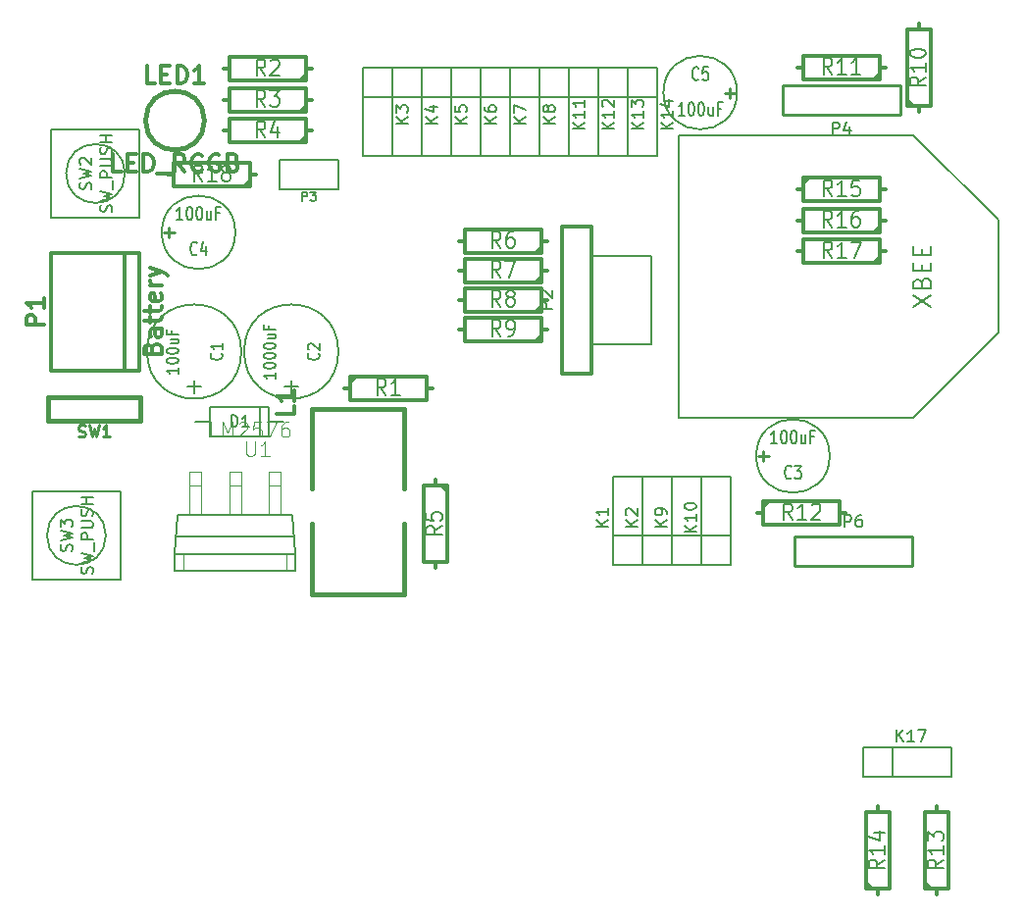
<source format=gto>
G04 (created by PCBNEW (2013-june-11)-stable) date jue 06 feb 2014 18:29:20 CET*
%MOIN*%
G04 Gerber Fmt 3.4, Leading zero omitted, Abs format*
%FSLAX34Y34*%
G01*
G70*
G90*
G04 APERTURE LIST*
%ADD10C,0.00393701*%
%ADD11C,0.008*%
%ADD12C,0.0026*%
%ADD13C,0.007*%
%ADD14C,0.006*%
%ADD15C,0.012*%
%ADD16C,0.01*%
%ADD17C,0.005*%
%ADD18C,0.015*%
%ADD19C,0.0035*%
%ADD20C,0.01125*%
%ADD21C,0.00590551*%
G04 APERTURE END LIST*
G54D10*
G54D11*
X25350Y-25000D02*
X25850Y-25000D01*
X27850Y-25000D02*
X28350Y-25000D01*
X27550Y-24500D02*
X27550Y-25500D01*
X27850Y-24500D02*
X25850Y-24500D01*
X25850Y-24500D02*
X25850Y-25500D01*
X25850Y-25500D02*
X27850Y-25500D01*
X27850Y-25500D02*
X27850Y-24500D01*
G54D12*
X28450Y-29500D02*
X24950Y-29500D01*
X24950Y-29500D02*
X24950Y-30050D01*
X28450Y-30050D02*
X24950Y-30050D01*
X28450Y-29500D02*
X28450Y-30050D01*
X25550Y-27150D02*
X25150Y-27150D01*
X25150Y-27150D02*
X25150Y-28150D01*
X25550Y-28150D02*
X25150Y-28150D01*
X25550Y-27150D02*
X25550Y-28150D01*
X25550Y-26700D02*
X25150Y-26700D01*
X25150Y-26700D02*
X25150Y-27150D01*
X25550Y-27150D02*
X25150Y-27150D01*
X25550Y-26700D02*
X25550Y-27150D01*
X26900Y-26700D02*
X26500Y-26700D01*
X26500Y-26700D02*
X26500Y-27150D01*
X26900Y-27150D02*
X26500Y-27150D01*
X26900Y-26700D02*
X26900Y-27150D01*
X28250Y-26700D02*
X27850Y-26700D01*
X27850Y-26700D02*
X27850Y-27150D01*
X28250Y-27150D02*
X27850Y-27150D01*
X28250Y-26700D02*
X28250Y-27150D01*
X26900Y-27150D02*
X26500Y-27150D01*
X26500Y-27150D02*
X26500Y-28150D01*
X26900Y-28150D02*
X26500Y-28150D01*
X26900Y-27150D02*
X26900Y-28150D01*
X28250Y-27150D02*
X27850Y-27150D01*
X27850Y-27150D02*
X27850Y-28150D01*
X28250Y-28150D02*
X27850Y-28150D01*
X28250Y-27150D02*
X28250Y-28150D01*
G54D13*
X24650Y-30050D02*
X28750Y-30050D01*
X24650Y-30050D02*
X24650Y-29500D01*
X28750Y-30050D02*
X28750Y-29500D01*
X24700Y-28900D02*
X28700Y-28900D01*
X28750Y-29500D02*
X24650Y-29500D01*
X28750Y-29500D02*
X28650Y-28150D01*
X24650Y-29500D02*
X24750Y-28150D01*
X26450Y-28150D02*
X26950Y-28150D01*
X24750Y-28150D02*
X25550Y-28150D01*
G54D14*
X25550Y-28150D02*
X26450Y-28150D01*
G54D13*
X28650Y-28150D02*
X27850Y-28150D01*
G54D14*
X27850Y-28150D02*
X26950Y-28150D01*
G54D15*
X22950Y-19250D02*
X22950Y-23250D01*
X23450Y-19250D02*
X20450Y-19250D01*
X20450Y-19250D02*
X20450Y-23250D01*
X20450Y-23250D02*
X23450Y-23250D01*
X23450Y-23250D02*
X23450Y-19250D01*
X30400Y-23850D02*
X30600Y-23850D01*
X33400Y-23850D02*
X33200Y-23850D01*
X33200Y-23850D02*
X33200Y-23450D01*
X33200Y-23450D02*
X30600Y-23450D01*
X30600Y-23450D02*
X30600Y-24250D01*
X30600Y-24250D02*
X33200Y-24250D01*
X33200Y-24250D02*
X33200Y-23850D01*
X30600Y-23650D02*
X30800Y-23450D01*
X29300Y-13000D02*
X29100Y-13000D01*
X26300Y-13000D02*
X26500Y-13000D01*
X26500Y-13000D02*
X26500Y-13400D01*
X26500Y-13400D02*
X29100Y-13400D01*
X29100Y-13400D02*
X29100Y-12600D01*
X29100Y-12600D02*
X26500Y-12600D01*
X26500Y-12600D02*
X26500Y-13000D01*
X29100Y-13200D02*
X28900Y-13400D01*
X29300Y-14050D02*
X29100Y-14050D01*
X26300Y-14050D02*
X26500Y-14050D01*
X26500Y-14050D02*
X26500Y-14450D01*
X26500Y-14450D02*
X29100Y-14450D01*
X29100Y-14450D02*
X29100Y-13650D01*
X29100Y-13650D02*
X26500Y-13650D01*
X26500Y-13650D02*
X26500Y-14050D01*
X29100Y-14250D02*
X28900Y-14450D01*
X29300Y-15100D02*
X29100Y-15100D01*
X26300Y-15100D02*
X26500Y-15100D01*
X26500Y-15100D02*
X26500Y-15500D01*
X26500Y-15500D02*
X29100Y-15500D01*
X29100Y-15500D02*
X29100Y-14700D01*
X29100Y-14700D02*
X26500Y-14700D01*
X26500Y-14700D02*
X26500Y-15100D01*
X29100Y-15300D02*
X28900Y-15500D01*
X33500Y-26950D02*
X33500Y-27150D01*
X33500Y-29950D02*
X33500Y-29750D01*
X33500Y-29750D02*
X33900Y-29750D01*
X33900Y-29750D02*
X33900Y-27150D01*
X33900Y-27150D02*
X33100Y-27150D01*
X33100Y-27150D02*
X33100Y-29750D01*
X33100Y-29750D02*
X33500Y-29750D01*
X33700Y-27150D02*
X33900Y-27350D01*
X37800Y-23350D02*
X38800Y-23350D01*
X38800Y-18350D02*
X37800Y-18350D01*
X37800Y-23350D02*
X37800Y-18350D01*
X38800Y-18350D02*
X38800Y-23350D01*
X37300Y-18850D02*
X37100Y-18850D01*
X34300Y-18850D02*
X34500Y-18850D01*
X34500Y-18850D02*
X34500Y-19250D01*
X34500Y-19250D02*
X37100Y-19250D01*
X37100Y-19250D02*
X37100Y-18450D01*
X37100Y-18450D02*
X34500Y-18450D01*
X34500Y-18450D02*
X34500Y-18850D01*
X37100Y-19050D02*
X36900Y-19250D01*
X37300Y-19850D02*
X37100Y-19850D01*
X34300Y-19850D02*
X34500Y-19850D01*
X34500Y-19850D02*
X34500Y-20250D01*
X34500Y-20250D02*
X37100Y-20250D01*
X37100Y-20250D02*
X37100Y-19450D01*
X37100Y-19450D02*
X34500Y-19450D01*
X34500Y-19450D02*
X34500Y-19850D01*
X37100Y-20050D02*
X36900Y-20250D01*
X37300Y-20850D02*
X37100Y-20850D01*
X34300Y-20850D02*
X34500Y-20850D01*
X34500Y-20850D02*
X34500Y-21250D01*
X34500Y-21250D02*
X37100Y-21250D01*
X37100Y-21250D02*
X37100Y-20450D01*
X37100Y-20450D02*
X34500Y-20450D01*
X34500Y-20450D02*
X34500Y-20850D01*
X37100Y-21050D02*
X36900Y-21250D01*
X37300Y-21850D02*
X37100Y-21850D01*
X34300Y-21850D02*
X34500Y-21850D01*
X34500Y-21850D02*
X34500Y-22250D01*
X34500Y-22250D02*
X37100Y-22250D01*
X37100Y-22250D02*
X37100Y-21450D01*
X37100Y-21450D02*
X34500Y-21450D01*
X34500Y-21450D02*
X34500Y-21850D01*
X37100Y-22050D02*
X36900Y-22250D01*
G54D14*
X40550Y-29850D02*
X39550Y-29850D01*
X39550Y-29850D02*
X39550Y-26850D01*
X39550Y-26850D02*
X40550Y-26850D01*
X40550Y-26850D02*
X40550Y-29850D01*
X39550Y-28850D02*
X40550Y-28850D01*
X41550Y-29850D02*
X40550Y-29850D01*
X40550Y-29850D02*
X40550Y-26850D01*
X40550Y-26850D02*
X41550Y-26850D01*
X41550Y-26850D02*
X41550Y-29850D01*
X40550Y-28850D02*
X41550Y-28850D01*
X30200Y-16100D02*
X30200Y-17100D01*
X30200Y-17100D02*
X28200Y-17100D01*
X28200Y-17100D02*
X28200Y-16100D01*
X28200Y-16100D02*
X30200Y-16100D01*
X31050Y-12950D02*
X32050Y-12950D01*
X32050Y-12950D02*
X32050Y-15950D01*
X32050Y-15950D02*
X31050Y-15950D01*
X31050Y-15950D02*
X31050Y-12950D01*
X32050Y-13950D02*
X31050Y-13950D01*
X32050Y-12950D02*
X33050Y-12950D01*
X33050Y-12950D02*
X33050Y-15950D01*
X33050Y-15950D02*
X32050Y-15950D01*
X32050Y-15950D02*
X32050Y-12950D01*
X33050Y-13950D02*
X32050Y-13950D01*
X33050Y-12950D02*
X34050Y-12950D01*
X34050Y-12950D02*
X34050Y-15950D01*
X34050Y-15950D02*
X33050Y-15950D01*
X33050Y-15950D02*
X33050Y-12950D01*
X34050Y-13950D02*
X33050Y-13950D01*
X34050Y-12950D02*
X35050Y-12950D01*
X35050Y-12950D02*
X35050Y-15950D01*
X35050Y-15950D02*
X34050Y-15950D01*
X34050Y-15950D02*
X34050Y-12950D01*
X35050Y-13950D02*
X34050Y-13950D01*
X35050Y-12950D02*
X36050Y-12950D01*
X36050Y-12950D02*
X36050Y-15950D01*
X36050Y-15950D02*
X35050Y-15950D01*
X35050Y-15950D02*
X35050Y-12950D01*
X36050Y-13950D02*
X35050Y-13950D01*
X36050Y-12950D02*
X37050Y-12950D01*
X37050Y-12950D02*
X37050Y-15950D01*
X37050Y-15950D02*
X36050Y-15950D01*
X36050Y-15950D02*
X36050Y-12950D01*
X37050Y-13950D02*
X36050Y-13950D01*
X42550Y-29850D02*
X41550Y-29850D01*
X41550Y-29850D02*
X41550Y-26850D01*
X41550Y-26850D02*
X42550Y-26850D01*
X42550Y-26850D02*
X42550Y-29850D01*
X41550Y-28850D02*
X42550Y-28850D01*
X43550Y-29850D02*
X42550Y-29850D01*
X42550Y-29850D02*
X42550Y-26850D01*
X42550Y-26850D02*
X43550Y-26850D01*
X43550Y-26850D02*
X43550Y-29850D01*
X42550Y-28850D02*
X43550Y-28850D01*
G54D16*
X45300Y-13550D02*
X49300Y-13550D01*
X45300Y-14550D02*
X49300Y-14550D01*
X49300Y-14550D02*
X49300Y-13550D01*
X45300Y-13550D02*
X45300Y-14550D01*
G54D15*
X49950Y-14450D02*
X49950Y-14250D01*
X49950Y-11450D02*
X49950Y-11650D01*
X49950Y-11650D02*
X49550Y-11650D01*
X49550Y-11650D02*
X49550Y-14250D01*
X49550Y-14250D02*
X50350Y-14250D01*
X50350Y-14250D02*
X50350Y-11650D01*
X50350Y-11650D02*
X49950Y-11650D01*
X49750Y-14250D02*
X49550Y-14050D01*
X48800Y-12950D02*
X48600Y-12950D01*
X45800Y-12950D02*
X46000Y-12950D01*
X46000Y-12950D02*
X46000Y-13350D01*
X46000Y-13350D02*
X48600Y-13350D01*
X48600Y-13350D02*
X48600Y-12550D01*
X48600Y-12550D02*
X46000Y-12550D01*
X46000Y-12550D02*
X46000Y-12950D01*
X48600Y-13150D02*
X48400Y-13350D01*
G54D16*
X49700Y-29900D02*
X45700Y-29900D01*
X49700Y-28900D02*
X45700Y-28900D01*
X45700Y-28900D02*
X45700Y-29900D01*
X49700Y-29900D02*
X49700Y-28900D01*
G54D15*
X44450Y-28100D02*
X44650Y-28100D01*
X47450Y-28100D02*
X47250Y-28100D01*
X47250Y-28100D02*
X47250Y-27700D01*
X47250Y-27700D02*
X44650Y-27700D01*
X44650Y-27700D02*
X44650Y-28500D01*
X44650Y-28500D02*
X47250Y-28500D01*
X47250Y-28500D02*
X47250Y-28100D01*
X44650Y-27900D02*
X44850Y-27700D01*
G54D14*
X37050Y-12950D02*
X38050Y-12950D01*
X38050Y-12950D02*
X38050Y-15950D01*
X38050Y-15950D02*
X37050Y-15950D01*
X37050Y-15950D02*
X37050Y-12950D01*
X38050Y-13950D02*
X37050Y-13950D01*
X38050Y-12950D02*
X39050Y-12950D01*
X39050Y-12950D02*
X39050Y-15950D01*
X39050Y-15950D02*
X38050Y-15950D01*
X38050Y-15950D02*
X38050Y-12950D01*
X39050Y-13950D02*
X38050Y-13950D01*
X39050Y-12950D02*
X40050Y-12950D01*
X40050Y-12950D02*
X40050Y-15950D01*
X40050Y-15950D02*
X39050Y-15950D01*
X39050Y-15950D02*
X39050Y-12950D01*
X40050Y-13950D02*
X39050Y-13950D01*
X40050Y-12950D02*
X41050Y-12950D01*
X41050Y-12950D02*
X41050Y-15950D01*
X41050Y-15950D02*
X40050Y-15950D01*
X40050Y-15950D02*
X40050Y-12950D01*
X41050Y-13950D02*
X40050Y-13950D01*
G54D17*
X46900Y-26150D02*
G75*
G03X46900Y-26150I-1250J0D01*
G74*
G01*
X26700Y-18550D02*
G75*
G03X26700Y-18550I-1250J0D01*
G74*
G01*
G54D11*
X30200Y-22600D02*
G75*
G03X30200Y-22600I-1600J0D01*
G74*
G01*
G54D17*
X22300Y-28850D02*
G75*
G03X22300Y-28850I-1000J0D01*
G74*
G01*
X19800Y-30350D02*
X19800Y-27350D01*
X19800Y-27350D02*
X22800Y-27350D01*
X22800Y-27350D02*
X22800Y-30350D01*
X19800Y-30350D02*
X22800Y-30350D01*
X22950Y-16550D02*
G75*
G03X22950Y-16550I-1000J0D01*
G74*
G01*
X20450Y-18050D02*
X20450Y-15050D01*
X20450Y-15050D02*
X23450Y-15050D01*
X23450Y-15050D02*
X23450Y-18050D01*
X20450Y-18050D02*
X23450Y-18050D01*
G54D11*
X26900Y-22600D02*
G75*
G03X26900Y-22600I-1600J0D01*
G74*
G01*
G54D18*
X23474Y-24156D02*
X20325Y-24156D01*
X23474Y-24156D02*
X23474Y-24943D01*
X23474Y-24943D02*
X20325Y-24943D01*
X20325Y-24943D02*
X20325Y-24156D01*
X25650Y-14750D02*
G75*
G03X25650Y-14750I-1000J0D01*
G74*
G01*
X32450Y-24550D02*
X32450Y-27250D01*
X32450Y-30850D02*
X32450Y-28450D01*
X29300Y-28450D02*
X29300Y-30850D01*
X29300Y-24550D02*
X29300Y-27250D01*
X32450Y-24550D02*
X29300Y-24550D01*
X29300Y-30850D02*
X32450Y-30850D01*
G54D17*
X43750Y-13800D02*
G75*
G03X43750Y-13800I-1250J0D01*
G74*
G01*
G54D15*
X50550Y-41050D02*
X50550Y-40850D01*
X50550Y-38050D02*
X50550Y-38250D01*
X50550Y-38250D02*
X50150Y-38250D01*
X50150Y-38250D02*
X50150Y-40850D01*
X50150Y-40850D02*
X50950Y-40850D01*
X50950Y-40850D02*
X50950Y-38250D01*
X50950Y-38250D02*
X50550Y-38250D01*
X50350Y-40850D02*
X50150Y-40650D01*
G54D14*
X48050Y-37050D02*
X48050Y-36050D01*
X48050Y-36050D02*
X51050Y-36050D01*
X51050Y-36050D02*
X51050Y-37050D01*
X51050Y-37050D02*
X48050Y-37050D01*
X49050Y-36050D02*
X49050Y-37050D01*
G54D15*
X48800Y-18150D02*
X48600Y-18150D01*
X45800Y-18150D02*
X46000Y-18150D01*
X46000Y-18150D02*
X46000Y-18550D01*
X46000Y-18550D02*
X48600Y-18550D01*
X48600Y-18550D02*
X48600Y-17750D01*
X48600Y-17750D02*
X46000Y-17750D01*
X46000Y-17750D02*
X46000Y-18150D01*
X48600Y-18350D02*
X48400Y-18550D01*
X48800Y-19200D02*
X48600Y-19200D01*
X45800Y-19200D02*
X46000Y-19200D01*
X46000Y-19200D02*
X46000Y-19600D01*
X46000Y-19600D02*
X48600Y-19600D01*
X48600Y-19600D02*
X48600Y-18800D01*
X48600Y-18800D02*
X46000Y-18800D01*
X46000Y-18800D02*
X46000Y-19200D01*
X48600Y-19400D02*
X48400Y-19600D01*
X45800Y-17100D02*
X46000Y-17100D01*
X48800Y-17100D02*
X48600Y-17100D01*
X48600Y-17100D02*
X48600Y-16700D01*
X48600Y-16700D02*
X46000Y-16700D01*
X46000Y-16700D02*
X46000Y-17500D01*
X46000Y-17500D02*
X48600Y-17500D01*
X48600Y-17500D02*
X48600Y-17100D01*
X46000Y-16900D02*
X46200Y-16700D01*
X48550Y-41050D02*
X48550Y-40850D01*
X48550Y-38050D02*
X48550Y-38250D01*
X48550Y-38250D02*
X48150Y-38250D01*
X48150Y-38250D02*
X48150Y-40850D01*
X48150Y-40850D02*
X48950Y-40850D01*
X48950Y-40850D02*
X48950Y-38250D01*
X48950Y-38250D02*
X48550Y-38250D01*
X48350Y-40850D02*
X48150Y-40650D01*
X27400Y-16600D02*
X27200Y-16600D01*
X24400Y-16600D02*
X24600Y-16600D01*
X24600Y-16600D02*
X24600Y-17000D01*
X24600Y-17000D02*
X27200Y-17000D01*
X27200Y-17000D02*
X27200Y-16200D01*
X27200Y-16200D02*
X24600Y-16200D01*
X24600Y-16200D02*
X24600Y-16600D01*
X27200Y-16800D02*
X27000Y-17000D01*
G54D13*
X41764Y-15250D02*
X41764Y-24850D01*
X41764Y-24850D02*
X49750Y-24850D01*
X49750Y-24850D02*
X52633Y-21966D01*
X52633Y-21966D02*
X52633Y-18134D01*
X52633Y-18134D02*
X49750Y-15250D01*
X49750Y-15250D02*
X41764Y-15250D01*
G54D17*
X41764Y-15250D02*
X41764Y-24850D01*
X41764Y-24850D02*
X49750Y-24850D01*
X49750Y-24850D02*
X52633Y-21966D01*
X52633Y-21966D02*
X52633Y-18134D01*
X52633Y-18134D02*
X49750Y-15250D01*
X49750Y-15250D02*
X41764Y-15250D01*
X38850Y-19350D02*
X38850Y-22350D01*
X38850Y-22350D02*
X40850Y-22350D01*
X40850Y-22350D02*
X40850Y-19350D01*
X40850Y-19350D02*
X38850Y-19350D01*
G54D11*
X26554Y-25161D02*
X26554Y-24761D01*
X26650Y-24761D01*
X26707Y-24780D01*
X26745Y-24819D01*
X26764Y-24857D01*
X26783Y-24933D01*
X26783Y-24990D01*
X26764Y-25066D01*
X26745Y-25104D01*
X26707Y-25142D01*
X26650Y-25161D01*
X26554Y-25161D01*
X27164Y-25161D02*
X26935Y-25161D01*
X27050Y-25161D02*
X27050Y-24761D01*
X27011Y-24819D01*
X26973Y-24857D01*
X26935Y-24876D01*
G54D19*
X27069Y-25652D02*
X27069Y-26057D01*
X27092Y-26104D01*
X27116Y-26128D01*
X27164Y-26152D01*
X27259Y-26152D01*
X27307Y-26128D01*
X27330Y-26104D01*
X27354Y-26057D01*
X27354Y-25652D01*
X27854Y-26152D02*
X27569Y-26152D01*
X27711Y-26152D02*
X27711Y-25652D01*
X27664Y-25723D01*
X27616Y-25771D01*
X27569Y-25795D01*
X26116Y-25502D02*
X25878Y-25502D01*
X25878Y-25002D01*
X26283Y-25502D02*
X26283Y-25002D01*
X26449Y-25359D01*
X26616Y-25002D01*
X26616Y-25502D01*
X26830Y-25050D02*
X26854Y-25026D01*
X26902Y-25002D01*
X27021Y-25002D01*
X27069Y-25026D01*
X27092Y-25050D01*
X27116Y-25097D01*
X27116Y-25145D01*
X27092Y-25216D01*
X26807Y-25502D01*
X27116Y-25502D01*
X27569Y-25002D02*
X27330Y-25002D01*
X27307Y-25240D01*
X27330Y-25216D01*
X27378Y-25192D01*
X27497Y-25192D01*
X27545Y-25216D01*
X27569Y-25240D01*
X27592Y-25288D01*
X27592Y-25407D01*
X27569Y-25454D01*
X27545Y-25478D01*
X27497Y-25502D01*
X27378Y-25502D01*
X27330Y-25478D01*
X27307Y-25454D01*
X27759Y-25002D02*
X28092Y-25002D01*
X27878Y-25502D01*
X28497Y-25002D02*
X28402Y-25002D01*
X28354Y-25026D01*
X28330Y-25050D01*
X28283Y-25121D01*
X28259Y-25216D01*
X28259Y-25407D01*
X28283Y-25454D01*
X28307Y-25478D01*
X28354Y-25502D01*
X28450Y-25502D01*
X28497Y-25478D01*
X28521Y-25454D01*
X28545Y-25407D01*
X28545Y-25288D01*
X28521Y-25240D01*
X28497Y-25216D01*
X28450Y-25192D01*
X28354Y-25192D01*
X28307Y-25216D01*
X28283Y-25240D01*
X28259Y-25288D01*
G54D15*
X20192Y-21692D02*
X19592Y-21692D01*
X19592Y-21464D01*
X19621Y-21407D01*
X19650Y-21378D01*
X19707Y-21350D01*
X19792Y-21350D01*
X19850Y-21378D01*
X19878Y-21407D01*
X19907Y-21464D01*
X19907Y-21692D01*
X20192Y-20778D02*
X20192Y-21121D01*
X20192Y-20950D02*
X19592Y-20950D01*
X19678Y-21007D01*
X19735Y-21064D01*
X19764Y-21121D01*
X23878Y-22492D02*
X23907Y-22407D01*
X23935Y-22378D01*
X23992Y-22350D01*
X24078Y-22350D01*
X24135Y-22378D01*
X24164Y-22407D01*
X24192Y-22464D01*
X24192Y-22692D01*
X23592Y-22692D01*
X23592Y-22492D01*
X23621Y-22435D01*
X23650Y-22407D01*
X23707Y-22378D01*
X23764Y-22378D01*
X23821Y-22407D01*
X23850Y-22435D01*
X23878Y-22492D01*
X23878Y-22692D01*
X24192Y-21835D02*
X23878Y-21835D01*
X23821Y-21864D01*
X23792Y-21921D01*
X23792Y-22035D01*
X23821Y-22092D01*
X24164Y-21835D02*
X24192Y-21892D01*
X24192Y-22035D01*
X24164Y-22092D01*
X24107Y-22121D01*
X24050Y-22121D01*
X23992Y-22092D01*
X23964Y-22035D01*
X23964Y-21892D01*
X23935Y-21835D01*
X23792Y-21635D02*
X23792Y-21407D01*
X23592Y-21550D02*
X24107Y-21550D01*
X24164Y-21521D01*
X24192Y-21464D01*
X24192Y-21407D01*
X23792Y-21292D02*
X23792Y-21064D01*
X23592Y-21207D02*
X24107Y-21207D01*
X24164Y-21178D01*
X24192Y-21121D01*
X24192Y-21064D01*
X24164Y-20635D02*
X24192Y-20692D01*
X24192Y-20807D01*
X24164Y-20864D01*
X24107Y-20892D01*
X23878Y-20892D01*
X23821Y-20864D01*
X23792Y-20807D01*
X23792Y-20692D01*
X23821Y-20635D01*
X23878Y-20607D01*
X23935Y-20607D01*
X23992Y-20892D01*
X24192Y-20350D02*
X23792Y-20350D01*
X23907Y-20350D02*
X23850Y-20321D01*
X23821Y-20292D01*
X23792Y-20235D01*
X23792Y-20178D01*
X23792Y-20035D02*
X24192Y-19892D01*
X23792Y-19749D02*
X24192Y-19892D01*
X24335Y-19949D01*
X24364Y-19978D01*
X24392Y-20035D01*
G54D11*
X31816Y-24072D02*
X31650Y-23810D01*
X31530Y-24072D02*
X31530Y-23522D01*
X31721Y-23522D01*
X31769Y-23548D01*
X31792Y-23575D01*
X31816Y-23627D01*
X31816Y-23705D01*
X31792Y-23758D01*
X31769Y-23784D01*
X31721Y-23810D01*
X31530Y-23810D01*
X32292Y-24072D02*
X32007Y-24072D01*
X32150Y-24072D02*
X32150Y-23522D01*
X32102Y-23601D01*
X32054Y-23653D01*
X32007Y-23679D01*
X27716Y-13222D02*
X27550Y-12960D01*
X27430Y-13222D02*
X27430Y-12672D01*
X27621Y-12672D01*
X27669Y-12698D01*
X27692Y-12725D01*
X27716Y-12777D01*
X27716Y-12855D01*
X27692Y-12908D01*
X27669Y-12934D01*
X27621Y-12960D01*
X27430Y-12960D01*
X27907Y-12725D02*
X27930Y-12698D01*
X27978Y-12672D01*
X28097Y-12672D01*
X28145Y-12698D01*
X28169Y-12725D01*
X28192Y-12777D01*
X28192Y-12829D01*
X28169Y-12908D01*
X27883Y-13222D01*
X28192Y-13222D01*
X27716Y-14272D02*
X27550Y-14010D01*
X27430Y-14272D02*
X27430Y-13722D01*
X27621Y-13722D01*
X27669Y-13748D01*
X27692Y-13775D01*
X27716Y-13827D01*
X27716Y-13905D01*
X27692Y-13958D01*
X27669Y-13984D01*
X27621Y-14010D01*
X27430Y-14010D01*
X27883Y-13722D02*
X28192Y-13722D01*
X28026Y-13932D01*
X28097Y-13932D01*
X28145Y-13958D01*
X28169Y-13984D01*
X28192Y-14036D01*
X28192Y-14167D01*
X28169Y-14220D01*
X28145Y-14246D01*
X28097Y-14272D01*
X27954Y-14272D01*
X27907Y-14246D01*
X27883Y-14220D01*
X27716Y-15322D02*
X27550Y-15060D01*
X27430Y-15322D02*
X27430Y-14772D01*
X27621Y-14772D01*
X27669Y-14798D01*
X27692Y-14825D01*
X27716Y-14877D01*
X27716Y-14955D01*
X27692Y-15008D01*
X27669Y-15034D01*
X27621Y-15060D01*
X27430Y-15060D01*
X28145Y-14955D02*
X28145Y-15322D01*
X28026Y-14746D02*
X27907Y-15139D01*
X28216Y-15139D01*
X33722Y-28533D02*
X33460Y-28700D01*
X33722Y-28819D02*
X33172Y-28819D01*
X33172Y-28628D01*
X33198Y-28580D01*
X33225Y-28557D01*
X33277Y-28533D01*
X33355Y-28533D01*
X33408Y-28557D01*
X33434Y-28580D01*
X33460Y-28628D01*
X33460Y-28819D01*
X33172Y-28080D02*
X33172Y-28319D01*
X33434Y-28342D01*
X33408Y-28319D01*
X33382Y-28271D01*
X33382Y-28152D01*
X33408Y-28104D01*
X33434Y-28080D01*
X33486Y-28057D01*
X33617Y-28057D01*
X33670Y-28080D01*
X33696Y-28104D01*
X33722Y-28152D01*
X33722Y-28271D01*
X33696Y-28319D01*
X33670Y-28342D01*
X37461Y-21145D02*
X37061Y-21145D01*
X37061Y-20992D01*
X37080Y-20954D01*
X37100Y-20935D01*
X37138Y-20916D01*
X37195Y-20916D01*
X37233Y-20935D01*
X37252Y-20954D01*
X37271Y-20992D01*
X37271Y-21145D01*
X37100Y-20764D02*
X37080Y-20745D01*
X37061Y-20707D01*
X37061Y-20611D01*
X37080Y-20573D01*
X37100Y-20554D01*
X37138Y-20535D01*
X37176Y-20535D01*
X37233Y-20554D01*
X37461Y-20783D01*
X37461Y-20535D01*
X35716Y-19072D02*
X35550Y-18810D01*
X35430Y-19072D02*
X35430Y-18522D01*
X35621Y-18522D01*
X35669Y-18548D01*
X35692Y-18575D01*
X35716Y-18627D01*
X35716Y-18705D01*
X35692Y-18758D01*
X35669Y-18784D01*
X35621Y-18810D01*
X35430Y-18810D01*
X36145Y-18522D02*
X36050Y-18522D01*
X36002Y-18548D01*
X35978Y-18575D01*
X35930Y-18653D01*
X35907Y-18758D01*
X35907Y-18967D01*
X35930Y-19020D01*
X35954Y-19046D01*
X36002Y-19072D01*
X36097Y-19072D01*
X36145Y-19046D01*
X36169Y-19020D01*
X36192Y-18967D01*
X36192Y-18836D01*
X36169Y-18784D01*
X36145Y-18758D01*
X36097Y-18732D01*
X36002Y-18732D01*
X35954Y-18758D01*
X35930Y-18784D01*
X35907Y-18836D01*
X35716Y-20072D02*
X35550Y-19810D01*
X35430Y-20072D02*
X35430Y-19522D01*
X35621Y-19522D01*
X35669Y-19548D01*
X35692Y-19575D01*
X35716Y-19627D01*
X35716Y-19705D01*
X35692Y-19758D01*
X35669Y-19784D01*
X35621Y-19810D01*
X35430Y-19810D01*
X35883Y-19522D02*
X36216Y-19522D01*
X36002Y-20072D01*
X35716Y-21072D02*
X35550Y-20810D01*
X35430Y-21072D02*
X35430Y-20522D01*
X35621Y-20522D01*
X35669Y-20548D01*
X35692Y-20575D01*
X35716Y-20627D01*
X35716Y-20705D01*
X35692Y-20758D01*
X35669Y-20784D01*
X35621Y-20810D01*
X35430Y-20810D01*
X36002Y-20758D02*
X35954Y-20732D01*
X35930Y-20705D01*
X35907Y-20653D01*
X35907Y-20627D01*
X35930Y-20575D01*
X35954Y-20548D01*
X36002Y-20522D01*
X36097Y-20522D01*
X36145Y-20548D01*
X36169Y-20575D01*
X36192Y-20627D01*
X36192Y-20653D01*
X36169Y-20705D01*
X36145Y-20732D01*
X36097Y-20758D01*
X36002Y-20758D01*
X35954Y-20784D01*
X35930Y-20810D01*
X35907Y-20863D01*
X35907Y-20967D01*
X35930Y-21020D01*
X35954Y-21046D01*
X36002Y-21072D01*
X36097Y-21072D01*
X36145Y-21046D01*
X36169Y-21020D01*
X36192Y-20967D01*
X36192Y-20863D01*
X36169Y-20810D01*
X36145Y-20784D01*
X36097Y-20758D01*
X35716Y-22072D02*
X35550Y-21810D01*
X35430Y-22072D02*
X35430Y-21522D01*
X35621Y-21522D01*
X35669Y-21548D01*
X35692Y-21575D01*
X35716Y-21627D01*
X35716Y-21705D01*
X35692Y-21758D01*
X35669Y-21784D01*
X35621Y-21810D01*
X35430Y-21810D01*
X35954Y-22072D02*
X36050Y-22072D01*
X36097Y-22046D01*
X36121Y-22020D01*
X36169Y-21941D01*
X36192Y-21836D01*
X36192Y-21627D01*
X36169Y-21575D01*
X36145Y-21548D01*
X36097Y-21522D01*
X36002Y-21522D01*
X35954Y-21548D01*
X35930Y-21575D01*
X35907Y-21627D01*
X35907Y-21758D01*
X35930Y-21810D01*
X35954Y-21836D01*
X36002Y-21863D01*
X36097Y-21863D01*
X36145Y-21836D01*
X36169Y-21810D01*
X36192Y-21758D01*
G54D14*
X39361Y-28545D02*
X38961Y-28545D01*
X39361Y-28316D02*
X39133Y-28488D01*
X38961Y-28316D02*
X39190Y-28545D01*
X39361Y-27935D02*
X39361Y-28164D01*
X39361Y-28049D02*
X38961Y-28049D01*
X39019Y-28088D01*
X39057Y-28126D01*
X39076Y-28164D01*
X40361Y-28545D02*
X39961Y-28545D01*
X40361Y-28316D02*
X40133Y-28488D01*
X39961Y-28316D02*
X40190Y-28545D01*
X40000Y-28164D02*
X39980Y-28145D01*
X39961Y-28107D01*
X39961Y-28011D01*
X39980Y-27973D01*
X40000Y-27954D01*
X40038Y-27935D01*
X40076Y-27935D01*
X40133Y-27954D01*
X40361Y-28183D01*
X40361Y-27935D01*
X28978Y-17471D02*
X28978Y-17171D01*
X29092Y-17171D01*
X29121Y-17185D01*
X29135Y-17200D01*
X29150Y-17228D01*
X29150Y-17271D01*
X29135Y-17300D01*
X29121Y-17314D01*
X29092Y-17328D01*
X28978Y-17328D01*
X29250Y-17171D02*
X29435Y-17171D01*
X29335Y-17285D01*
X29378Y-17285D01*
X29407Y-17300D01*
X29421Y-17314D01*
X29435Y-17342D01*
X29435Y-17414D01*
X29421Y-17442D01*
X29407Y-17457D01*
X29378Y-17471D01*
X29292Y-17471D01*
X29264Y-17457D01*
X29250Y-17442D01*
X32561Y-14845D02*
X32161Y-14845D01*
X32561Y-14616D02*
X32333Y-14788D01*
X32161Y-14616D02*
X32390Y-14845D01*
X32161Y-14483D02*
X32161Y-14235D01*
X32314Y-14369D01*
X32314Y-14311D01*
X32333Y-14273D01*
X32352Y-14254D01*
X32390Y-14235D01*
X32485Y-14235D01*
X32523Y-14254D01*
X32542Y-14273D01*
X32561Y-14311D01*
X32561Y-14426D01*
X32542Y-14464D01*
X32523Y-14483D01*
X33561Y-14845D02*
X33161Y-14845D01*
X33561Y-14616D02*
X33333Y-14788D01*
X33161Y-14616D02*
X33390Y-14845D01*
X33295Y-14273D02*
X33561Y-14273D01*
X33142Y-14369D02*
X33428Y-14464D01*
X33428Y-14216D01*
X34561Y-14845D02*
X34161Y-14845D01*
X34561Y-14616D02*
X34333Y-14788D01*
X34161Y-14616D02*
X34390Y-14845D01*
X34161Y-14254D02*
X34161Y-14445D01*
X34352Y-14464D01*
X34333Y-14445D01*
X34314Y-14407D01*
X34314Y-14311D01*
X34333Y-14273D01*
X34352Y-14254D01*
X34390Y-14235D01*
X34485Y-14235D01*
X34523Y-14254D01*
X34542Y-14273D01*
X34561Y-14311D01*
X34561Y-14407D01*
X34542Y-14445D01*
X34523Y-14464D01*
X35561Y-14845D02*
X35161Y-14845D01*
X35561Y-14616D02*
X35333Y-14788D01*
X35161Y-14616D02*
X35390Y-14845D01*
X35161Y-14273D02*
X35161Y-14349D01*
X35180Y-14388D01*
X35200Y-14407D01*
X35257Y-14445D01*
X35333Y-14464D01*
X35485Y-14464D01*
X35523Y-14445D01*
X35542Y-14426D01*
X35561Y-14388D01*
X35561Y-14311D01*
X35542Y-14273D01*
X35523Y-14254D01*
X35485Y-14235D01*
X35390Y-14235D01*
X35352Y-14254D01*
X35333Y-14273D01*
X35314Y-14311D01*
X35314Y-14388D01*
X35333Y-14426D01*
X35352Y-14445D01*
X35390Y-14464D01*
X36561Y-14845D02*
X36161Y-14845D01*
X36561Y-14616D02*
X36333Y-14788D01*
X36161Y-14616D02*
X36390Y-14845D01*
X36161Y-14483D02*
X36161Y-14216D01*
X36561Y-14388D01*
X37561Y-14845D02*
X37161Y-14845D01*
X37561Y-14616D02*
X37333Y-14788D01*
X37161Y-14616D02*
X37390Y-14845D01*
X37333Y-14388D02*
X37314Y-14426D01*
X37295Y-14445D01*
X37257Y-14464D01*
X37238Y-14464D01*
X37200Y-14445D01*
X37180Y-14426D01*
X37161Y-14388D01*
X37161Y-14311D01*
X37180Y-14273D01*
X37200Y-14254D01*
X37238Y-14235D01*
X37257Y-14235D01*
X37295Y-14254D01*
X37314Y-14273D01*
X37333Y-14311D01*
X37333Y-14388D01*
X37352Y-14426D01*
X37371Y-14445D01*
X37409Y-14464D01*
X37485Y-14464D01*
X37523Y-14445D01*
X37542Y-14426D01*
X37561Y-14388D01*
X37561Y-14311D01*
X37542Y-14273D01*
X37523Y-14254D01*
X37485Y-14235D01*
X37409Y-14235D01*
X37371Y-14254D01*
X37352Y-14273D01*
X37333Y-14311D01*
X41361Y-28545D02*
X40961Y-28545D01*
X41361Y-28316D02*
X41133Y-28488D01*
X40961Y-28316D02*
X41190Y-28545D01*
X41361Y-28126D02*
X41361Y-28049D01*
X41342Y-28011D01*
X41323Y-27992D01*
X41266Y-27954D01*
X41190Y-27935D01*
X41038Y-27935D01*
X41000Y-27954D01*
X40980Y-27973D01*
X40961Y-28011D01*
X40961Y-28088D01*
X40980Y-28126D01*
X41000Y-28145D01*
X41038Y-28164D01*
X41133Y-28164D01*
X41171Y-28145D01*
X41190Y-28126D01*
X41209Y-28088D01*
X41209Y-28011D01*
X41190Y-27973D01*
X41171Y-27954D01*
X41133Y-27935D01*
X42361Y-28735D02*
X41961Y-28735D01*
X42361Y-28507D02*
X42133Y-28678D01*
X41961Y-28507D02*
X42190Y-28735D01*
X42361Y-28126D02*
X42361Y-28354D01*
X42361Y-28240D02*
X41961Y-28240D01*
X42019Y-28278D01*
X42057Y-28316D01*
X42076Y-28354D01*
X41961Y-27878D02*
X41961Y-27840D01*
X41980Y-27802D01*
X42000Y-27783D01*
X42038Y-27764D01*
X42114Y-27745D01*
X42209Y-27745D01*
X42285Y-27764D01*
X42323Y-27783D01*
X42342Y-27802D01*
X42361Y-27840D01*
X42361Y-27878D01*
X42342Y-27916D01*
X42323Y-27935D01*
X42285Y-27954D01*
X42209Y-27973D01*
X42114Y-27973D01*
X42038Y-27954D01*
X42000Y-27935D01*
X41980Y-27916D01*
X41961Y-27878D01*
G54D11*
X47004Y-15211D02*
X47004Y-14811D01*
X47157Y-14811D01*
X47195Y-14830D01*
X47214Y-14850D01*
X47233Y-14888D01*
X47233Y-14945D01*
X47214Y-14983D01*
X47195Y-15002D01*
X47157Y-15021D01*
X47004Y-15021D01*
X47576Y-14945D02*
X47576Y-15211D01*
X47480Y-14792D02*
X47385Y-15078D01*
X47633Y-15078D01*
X50172Y-13271D02*
X49910Y-13438D01*
X50172Y-13557D02*
X49622Y-13557D01*
X49622Y-13366D01*
X49648Y-13319D01*
X49675Y-13295D01*
X49727Y-13271D01*
X49805Y-13271D01*
X49858Y-13295D01*
X49884Y-13319D01*
X49910Y-13366D01*
X49910Y-13557D01*
X50172Y-12795D02*
X50172Y-13080D01*
X50172Y-12938D02*
X49622Y-12938D01*
X49701Y-12985D01*
X49753Y-13033D01*
X49779Y-13080D01*
X49622Y-12485D02*
X49622Y-12438D01*
X49648Y-12390D01*
X49675Y-12366D01*
X49727Y-12342D01*
X49832Y-12319D01*
X49963Y-12319D01*
X50067Y-12342D01*
X50120Y-12366D01*
X50146Y-12390D01*
X50172Y-12438D01*
X50172Y-12485D01*
X50146Y-12533D01*
X50120Y-12557D01*
X50067Y-12580D01*
X49963Y-12604D01*
X49832Y-12604D01*
X49727Y-12580D01*
X49675Y-12557D01*
X49648Y-12533D01*
X49622Y-12485D01*
X46978Y-13172D02*
X46811Y-12910D01*
X46692Y-13172D02*
X46692Y-12622D01*
X46883Y-12622D01*
X46930Y-12648D01*
X46954Y-12675D01*
X46978Y-12727D01*
X46978Y-12805D01*
X46954Y-12858D01*
X46930Y-12884D01*
X46883Y-12910D01*
X46692Y-12910D01*
X47454Y-13172D02*
X47169Y-13172D01*
X47311Y-13172D02*
X47311Y-12622D01*
X47264Y-12701D01*
X47216Y-12753D01*
X47169Y-12779D01*
X47930Y-13172D02*
X47645Y-13172D01*
X47788Y-13172D02*
X47788Y-12622D01*
X47740Y-12701D01*
X47692Y-12753D01*
X47645Y-12779D01*
X47404Y-28561D02*
X47404Y-28161D01*
X47557Y-28161D01*
X47595Y-28180D01*
X47614Y-28200D01*
X47633Y-28238D01*
X47633Y-28295D01*
X47614Y-28333D01*
X47595Y-28352D01*
X47557Y-28371D01*
X47404Y-28371D01*
X47976Y-28161D02*
X47900Y-28161D01*
X47861Y-28180D01*
X47842Y-28200D01*
X47804Y-28257D01*
X47785Y-28333D01*
X47785Y-28485D01*
X47804Y-28523D01*
X47823Y-28542D01*
X47861Y-28561D01*
X47938Y-28561D01*
X47976Y-28542D01*
X47995Y-28523D01*
X48014Y-28485D01*
X48014Y-28390D01*
X47995Y-28352D01*
X47976Y-28333D01*
X47938Y-28314D01*
X47861Y-28314D01*
X47823Y-28333D01*
X47804Y-28352D01*
X47785Y-28390D01*
X45628Y-28322D02*
X45461Y-28060D01*
X45342Y-28322D02*
X45342Y-27772D01*
X45533Y-27772D01*
X45580Y-27798D01*
X45604Y-27825D01*
X45628Y-27877D01*
X45628Y-27955D01*
X45604Y-28008D01*
X45580Y-28034D01*
X45533Y-28060D01*
X45342Y-28060D01*
X46104Y-28322D02*
X45819Y-28322D01*
X45961Y-28322D02*
X45961Y-27772D01*
X45914Y-27851D01*
X45866Y-27903D01*
X45819Y-27929D01*
X46295Y-27825D02*
X46319Y-27798D01*
X46366Y-27772D01*
X46485Y-27772D01*
X46533Y-27798D01*
X46557Y-27825D01*
X46580Y-27877D01*
X46580Y-27929D01*
X46557Y-28008D01*
X46271Y-28322D01*
X46580Y-28322D01*
G54D14*
X38561Y-15035D02*
X38161Y-15035D01*
X38561Y-14807D02*
X38333Y-14978D01*
X38161Y-14807D02*
X38390Y-15035D01*
X38561Y-14426D02*
X38561Y-14654D01*
X38561Y-14540D02*
X38161Y-14540D01*
X38219Y-14578D01*
X38257Y-14616D01*
X38276Y-14654D01*
X38561Y-14045D02*
X38561Y-14273D01*
X38561Y-14159D02*
X38161Y-14159D01*
X38219Y-14197D01*
X38257Y-14235D01*
X38276Y-14273D01*
X39561Y-15035D02*
X39161Y-15035D01*
X39561Y-14807D02*
X39333Y-14978D01*
X39161Y-14807D02*
X39390Y-15035D01*
X39561Y-14426D02*
X39561Y-14654D01*
X39561Y-14540D02*
X39161Y-14540D01*
X39219Y-14578D01*
X39257Y-14616D01*
X39276Y-14654D01*
X39200Y-14273D02*
X39180Y-14254D01*
X39161Y-14216D01*
X39161Y-14121D01*
X39180Y-14083D01*
X39200Y-14064D01*
X39238Y-14045D01*
X39276Y-14045D01*
X39333Y-14064D01*
X39561Y-14292D01*
X39561Y-14045D01*
X40561Y-15035D02*
X40161Y-15035D01*
X40561Y-14807D02*
X40333Y-14978D01*
X40161Y-14807D02*
X40390Y-15035D01*
X40561Y-14426D02*
X40561Y-14654D01*
X40561Y-14540D02*
X40161Y-14540D01*
X40219Y-14578D01*
X40257Y-14616D01*
X40276Y-14654D01*
X40161Y-14292D02*
X40161Y-14045D01*
X40314Y-14178D01*
X40314Y-14121D01*
X40333Y-14083D01*
X40352Y-14064D01*
X40390Y-14045D01*
X40485Y-14045D01*
X40523Y-14064D01*
X40542Y-14083D01*
X40561Y-14121D01*
X40561Y-14235D01*
X40542Y-14273D01*
X40523Y-14292D01*
X41561Y-15035D02*
X41161Y-15035D01*
X41561Y-14807D02*
X41333Y-14978D01*
X41161Y-14807D02*
X41390Y-15035D01*
X41561Y-14426D02*
X41561Y-14654D01*
X41561Y-14540D02*
X41161Y-14540D01*
X41219Y-14578D01*
X41257Y-14616D01*
X41276Y-14654D01*
X41295Y-14083D02*
X41561Y-14083D01*
X41142Y-14178D02*
X41428Y-14273D01*
X41428Y-14026D01*
G54D11*
X45591Y-26889D02*
X45575Y-26910D01*
X45525Y-26932D01*
X45491Y-26932D01*
X45441Y-26910D01*
X45408Y-26867D01*
X45391Y-26825D01*
X45375Y-26739D01*
X45375Y-26675D01*
X45391Y-26589D01*
X45408Y-26546D01*
X45441Y-26503D01*
X45491Y-26482D01*
X45525Y-26482D01*
X45575Y-26503D01*
X45591Y-26525D01*
X45708Y-26482D02*
X45925Y-26482D01*
X45808Y-26653D01*
X45858Y-26653D01*
X45891Y-26675D01*
X45908Y-26696D01*
X45925Y-26739D01*
X45925Y-26846D01*
X45908Y-26889D01*
X45891Y-26910D01*
X45858Y-26932D01*
X45758Y-26932D01*
X45725Y-26910D01*
X45708Y-26889D01*
X45108Y-25732D02*
X44908Y-25732D01*
X45008Y-25732D02*
X45008Y-25282D01*
X44975Y-25346D01*
X44941Y-25389D01*
X44908Y-25410D01*
X45325Y-25282D02*
X45358Y-25282D01*
X45391Y-25303D01*
X45408Y-25325D01*
X45425Y-25367D01*
X45441Y-25453D01*
X45441Y-25560D01*
X45425Y-25646D01*
X45408Y-25689D01*
X45391Y-25710D01*
X45358Y-25732D01*
X45325Y-25732D01*
X45291Y-25710D01*
X45275Y-25689D01*
X45258Y-25646D01*
X45241Y-25560D01*
X45241Y-25453D01*
X45258Y-25367D01*
X45275Y-25325D01*
X45291Y-25303D01*
X45325Y-25282D01*
X45658Y-25282D02*
X45691Y-25282D01*
X45725Y-25303D01*
X45741Y-25325D01*
X45758Y-25367D01*
X45775Y-25453D01*
X45775Y-25560D01*
X45758Y-25646D01*
X45741Y-25689D01*
X45725Y-25710D01*
X45691Y-25732D01*
X45658Y-25732D01*
X45625Y-25710D01*
X45608Y-25689D01*
X45591Y-25646D01*
X45575Y-25560D01*
X45575Y-25453D01*
X45591Y-25367D01*
X45608Y-25325D01*
X45625Y-25303D01*
X45658Y-25282D01*
X46075Y-25432D02*
X46075Y-25732D01*
X45925Y-25432D02*
X45925Y-25667D01*
X45941Y-25710D01*
X45975Y-25732D01*
X46025Y-25732D01*
X46058Y-25710D01*
X46075Y-25689D01*
X46358Y-25496D02*
X46241Y-25496D01*
X46241Y-25732D02*
X46241Y-25282D01*
X46408Y-25282D01*
G54D20*
X44478Y-26160D02*
X44821Y-26160D01*
X44650Y-26332D02*
X44650Y-25989D01*
G54D15*
G54D11*
X25391Y-19289D02*
X25375Y-19310D01*
X25325Y-19332D01*
X25291Y-19332D01*
X25241Y-19310D01*
X25208Y-19267D01*
X25191Y-19225D01*
X25175Y-19139D01*
X25175Y-19075D01*
X25191Y-18989D01*
X25208Y-18946D01*
X25241Y-18903D01*
X25291Y-18882D01*
X25325Y-18882D01*
X25375Y-18903D01*
X25391Y-18925D01*
X25691Y-19032D02*
X25691Y-19332D01*
X25608Y-18860D02*
X25525Y-19182D01*
X25741Y-19182D01*
X24908Y-18132D02*
X24708Y-18132D01*
X24808Y-18132D02*
X24808Y-17682D01*
X24775Y-17746D01*
X24741Y-17789D01*
X24708Y-17810D01*
X25125Y-17682D02*
X25158Y-17682D01*
X25191Y-17703D01*
X25208Y-17725D01*
X25225Y-17767D01*
X25241Y-17853D01*
X25241Y-17960D01*
X25225Y-18046D01*
X25208Y-18089D01*
X25191Y-18110D01*
X25158Y-18132D01*
X25125Y-18132D01*
X25091Y-18110D01*
X25075Y-18089D01*
X25058Y-18046D01*
X25041Y-17960D01*
X25041Y-17853D01*
X25058Y-17767D01*
X25075Y-17725D01*
X25091Y-17703D01*
X25125Y-17682D01*
X25458Y-17682D02*
X25491Y-17682D01*
X25525Y-17703D01*
X25541Y-17725D01*
X25558Y-17767D01*
X25575Y-17853D01*
X25575Y-17960D01*
X25558Y-18046D01*
X25541Y-18089D01*
X25525Y-18110D01*
X25491Y-18132D01*
X25458Y-18132D01*
X25425Y-18110D01*
X25408Y-18089D01*
X25391Y-18046D01*
X25375Y-17960D01*
X25375Y-17853D01*
X25391Y-17767D01*
X25408Y-17725D01*
X25425Y-17703D01*
X25458Y-17682D01*
X25875Y-17832D02*
X25875Y-18132D01*
X25725Y-17832D02*
X25725Y-18067D01*
X25741Y-18110D01*
X25775Y-18132D01*
X25825Y-18132D01*
X25858Y-18110D01*
X25875Y-18089D01*
X26158Y-17896D02*
X26041Y-17896D01*
X26041Y-18132D02*
X26041Y-17682D01*
X26208Y-17682D01*
G54D20*
X24278Y-18560D02*
X24621Y-18560D01*
X24450Y-18732D02*
X24450Y-18389D01*
G54D15*
G54D11*
X29523Y-22658D02*
X29542Y-22675D01*
X29561Y-22725D01*
X29561Y-22758D01*
X29542Y-22808D01*
X29504Y-22841D01*
X29466Y-22858D01*
X29390Y-22875D01*
X29333Y-22875D01*
X29257Y-22858D01*
X29219Y-22841D01*
X29180Y-22808D01*
X29161Y-22758D01*
X29161Y-22725D01*
X29180Y-22675D01*
X29200Y-22658D01*
X29200Y-22525D02*
X29180Y-22508D01*
X29161Y-22475D01*
X29161Y-22391D01*
X29180Y-22358D01*
X29200Y-22341D01*
X29238Y-22325D01*
X29276Y-22325D01*
X29333Y-22341D01*
X29561Y-22541D01*
X29561Y-22325D01*
X28062Y-23308D02*
X28062Y-23508D01*
X28062Y-23408D02*
X27662Y-23408D01*
X27720Y-23441D01*
X27758Y-23475D01*
X27777Y-23508D01*
X27662Y-23091D02*
X27662Y-23058D01*
X27681Y-23025D01*
X27701Y-23008D01*
X27739Y-22991D01*
X27815Y-22975D01*
X27910Y-22975D01*
X27986Y-22991D01*
X28024Y-23008D01*
X28043Y-23025D01*
X28062Y-23058D01*
X28062Y-23091D01*
X28043Y-23125D01*
X28024Y-23141D01*
X27986Y-23158D01*
X27910Y-23175D01*
X27815Y-23175D01*
X27739Y-23158D01*
X27701Y-23141D01*
X27681Y-23125D01*
X27662Y-23091D01*
X27662Y-22758D02*
X27662Y-22724D01*
X27681Y-22691D01*
X27701Y-22674D01*
X27739Y-22658D01*
X27815Y-22641D01*
X27910Y-22641D01*
X27986Y-22658D01*
X28024Y-22674D01*
X28043Y-22691D01*
X28062Y-22724D01*
X28062Y-22758D01*
X28043Y-22791D01*
X28024Y-22808D01*
X27986Y-22824D01*
X27910Y-22841D01*
X27815Y-22841D01*
X27739Y-22824D01*
X27701Y-22808D01*
X27681Y-22791D01*
X27662Y-22758D01*
X27662Y-22424D02*
X27662Y-22391D01*
X27681Y-22358D01*
X27701Y-22341D01*
X27739Y-22324D01*
X27815Y-22308D01*
X27910Y-22308D01*
X27986Y-22324D01*
X28024Y-22341D01*
X28043Y-22358D01*
X28062Y-22391D01*
X28062Y-22424D01*
X28043Y-22458D01*
X28024Y-22474D01*
X27986Y-22491D01*
X27910Y-22508D01*
X27815Y-22508D01*
X27739Y-22491D01*
X27701Y-22474D01*
X27681Y-22458D01*
X27662Y-22424D01*
X27796Y-22008D02*
X28062Y-22008D01*
X27796Y-22158D02*
X28005Y-22158D01*
X28043Y-22141D01*
X28062Y-22108D01*
X28062Y-22058D01*
X28043Y-22024D01*
X28024Y-22008D01*
X27853Y-21724D02*
X27853Y-21841D01*
X28062Y-21841D02*
X27662Y-21841D01*
X27662Y-21674D01*
X28614Y-24027D02*
X28614Y-23570D01*
X28842Y-23798D02*
X28385Y-23798D01*
X21142Y-29383D02*
X21161Y-29326D01*
X21161Y-29230D01*
X21142Y-29192D01*
X21123Y-29173D01*
X21085Y-29154D01*
X21047Y-29154D01*
X21009Y-29173D01*
X20990Y-29192D01*
X20971Y-29230D01*
X20952Y-29307D01*
X20933Y-29345D01*
X20914Y-29364D01*
X20876Y-29383D01*
X20838Y-29383D01*
X20800Y-29364D01*
X20780Y-29345D01*
X20761Y-29307D01*
X20761Y-29211D01*
X20780Y-29154D01*
X20761Y-29021D02*
X21161Y-28926D01*
X20876Y-28850D01*
X21161Y-28773D01*
X20761Y-28678D01*
X20761Y-28564D02*
X20761Y-28316D01*
X20914Y-28449D01*
X20914Y-28392D01*
X20933Y-28354D01*
X20952Y-28335D01*
X20990Y-28316D01*
X21085Y-28316D01*
X21123Y-28335D01*
X21142Y-28354D01*
X21161Y-28392D01*
X21161Y-28507D01*
X21142Y-28545D01*
X21123Y-28564D01*
X21842Y-30154D02*
X21861Y-30097D01*
X21861Y-30002D01*
X21842Y-29964D01*
X21823Y-29945D01*
X21785Y-29926D01*
X21747Y-29926D01*
X21709Y-29945D01*
X21690Y-29964D01*
X21671Y-30002D01*
X21652Y-30078D01*
X21633Y-30116D01*
X21614Y-30135D01*
X21576Y-30154D01*
X21538Y-30154D01*
X21500Y-30135D01*
X21480Y-30116D01*
X21461Y-30078D01*
X21461Y-29983D01*
X21480Y-29926D01*
X21461Y-29792D02*
X21861Y-29697D01*
X21576Y-29621D01*
X21861Y-29545D01*
X21461Y-29450D01*
X21900Y-29392D02*
X21900Y-29088D01*
X21861Y-28992D02*
X21461Y-28992D01*
X21461Y-28840D01*
X21480Y-28802D01*
X21500Y-28783D01*
X21538Y-28764D01*
X21595Y-28764D01*
X21633Y-28783D01*
X21652Y-28802D01*
X21671Y-28840D01*
X21671Y-28992D01*
X21461Y-28592D02*
X21785Y-28592D01*
X21823Y-28573D01*
X21842Y-28554D01*
X21861Y-28516D01*
X21861Y-28440D01*
X21842Y-28402D01*
X21823Y-28383D01*
X21785Y-28364D01*
X21461Y-28364D01*
X21842Y-28192D02*
X21861Y-28135D01*
X21861Y-28040D01*
X21842Y-28002D01*
X21823Y-27983D01*
X21785Y-27964D01*
X21747Y-27964D01*
X21709Y-27983D01*
X21690Y-28002D01*
X21671Y-28040D01*
X21652Y-28116D01*
X21633Y-28154D01*
X21614Y-28173D01*
X21576Y-28192D01*
X21538Y-28192D01*
X21500Y-28173D01*
X21480Y-28154D01*
X21461Y-28116D01*
X21461Y-28021D01*
X21480Y-27964D01*
X21861Y-27792D02*
X21461Y-27792D01*
X21652Y-27792D02*
X21652Y-27564D01*
X21861Y-27564D02*
X21461Y-27564D01*
X21792Y-17083D02*
X21811Y-17026D01*
X21811Y-16930D01*
X21792Y-16892D01*
X21773Y-16873D01*
X21735Y-16854D01*
X21697Y-16854D01*
X21659Y-16873D01*
X21640Y-16892D01*
X21621Y-16930D01*
X21602Y-17007D01*
X21583Y-17045D01*
X21564Y-17064D01*
X21526Y-17083D01*
X21488Y-17083D01*
X21450Y-17064D01*
X21430Y-17045D01*
X21411Y-17007D01*
X21411Y-16911D01*
X21430Y-16854D01*
X21411Y-16721D02*
X21811Y-16626D01*
X21526Y-16550D01*
X21811Y-16473D01*
X21411Y-16378D01*
X21450Y-16245D02*
X21430Y-16226D01*
X21411Y-16188D01*
X21411Y-16092D01*
X21430Y-16054D01*
X21450Y-16035D01*
X21488Y-16016D01*
X21526Y-16016D01*
X21583Y-16035D01*
X21811Y-16264D01*
X21811Y-16016D01*
X22492Y-17854D02*
X22511Y-17797D01*
X22511Y-17702D01*
X22492Y-17664D01*
X22473Y-17645D01*
X22435Y-17626D01*
X22397Y-17626D01*
X22359Y-17645D01*
X22340Y-17664D01*
X22321Y-17702D01*
X22302Y-17778D01*
X22283Y-17816D01*
X22264Y-17835D01*
X22226Y-17854D01*
X22188Y-17854D01*
X22150Y-17835D01*
X22130Y-17816D01*
X22111Y-17778D01*
X22111Y-17683D01*
X22130Y-17626D01*
X22111Y-17492D02*
X22511Y-17397D01*
X22226Y-17321D01*
X22511Y-17245D01*
X22111Y-17150D01*
X22550Y-17092D02*
X22550Y-16788D01*
X22511Y-16692D02*
X22111Y-16692D01*
X22111Y-16540D01*
X22130Y-16502D01*
X22150Y-16483D01*
X22188Y-16464D01*
X22245Y-16464D01*
X22283Y-16483D01*
X22302Y-16502D01*
X22321Y-16540D01*
X22321Y-16692D01*
X22111Y-16292D02*
X22435Y-16292D01*
X22473Y-16273D01*
X22492Y-16254D01*
X22511Y-16216D01*
X22511Y-16140D01*
X22492Y-16102D01*
X22473Y-16083D01*
X22435Y-16064D01*
X22111Y-16064D01*
X22492Y-15892D02*
X22511Y-15835D01*
X22511Y-15740D01*
X22492Y-15702D01*
X22473Y-15683D01*
X22435Y-15664D01*
X22397Y-15664D01*
X22359Y-15683D01*
X22340Y-15702D01*
X22321Y-15740D01*
X22302Y-15816D01*
X22283Y-15854D01*
X22264Y-15873D01*
X22226Y-15892D01*
X22188Y-15892D01*
X22150Y-15873D01*
X22130Y-15854D01*
X22111Y-15816D01*
X22111Y-15721D01*
X22130Y-15664D01*
X22511Y-15492D02*
X22111Y-15492D01*
X22302Y-15492D02*
X22302Y-15264D01*
X22511Y-15264D02*
X22111Y-15264D01*
X26223Y-22658D02*
X26242Y-22675D01*
X26261Y-22725D01*
X26261Y-22758D01*
X26242Y-22808D01*
X26204Y-22841D01*
X26166Y-22858D01*
X26090Y-22875D01*
X26033Y-22875D01*
X25957Y-22858D01*
X25919Y-22841D01*
X25880Y-22808D01*
X25861Y-22758D01*
X25861Y-22725D01*
X25880Y-22675D01*
X25900Y-22658D01*
X26261Y-22325D02*
X26261Y-22525D01*
X26261Y-22425D02*
X25861Y-22425D01*
X25919Y-22458D01*
X25957Y-22491D01*
X25976Y-22525D01*
X24762Y-23141D02*
X24762Y-23341D01*
X24762Y-23241D02*
X24362Y-23241D01*
X24420Y-23275D01*
X24458Y-23308D01*
X24477Y-23341D01*
X24362Y-22925D02*
X24362Y-22891D01*
X24381Y-22858D01*
X24401Y-22841D01*
X24439Y-22825D01*
X24515Y-22808D01*
X24610Y-22808D01*
X24686Y-22825D01*
X24724Y-22841D01*
X24743Y-22858D01*
X24762Y-22891D01*
X24762Y-22925D01*
X24743Y-22958D01*
X24724Y-22975D01*
X24686Y-22991D01*
X24610Y-23008D01*
X24515Y-23008D01*
X24439Y-22991D01*
X24401Y-22975D01*
X24381Y-22958D01*
X24362Y-22925D01*
X24362Y-22591D02*
X24362Y-22558D01*
X24381Y-22525D01*
X24401Y-22508D01*
X24439Y-22491D01*
X24515Y-22475D01*
X24610Y-22475D01*
X24686Y-22491D01*
X24724Y-22508D01*
X24743Y-22525D01*
X24762Y-22558D01*
X24762Y-22591D01*
X24743Y-22625D01*
X24724Y-22641D01*
X24686Y-22658D01*
X24610Y-22675D01*
X24515Y-22675D01*
X24439Y-22658D01*
X24401Y-22641D01*
X24381Y-22625D01*
X24362Y-22591D01*
X24496Y-22174D02*
X24762Y-22174D01*
X24496Y-22324D02*
X24705Y-22324D01*
X24743Y-22308D01*
X24762Y-22274D01*
X24762Y-22224D01*
X24743Y-22191D01*
X24724Y-22174D01*
X24553Y-21891D02*
X24553Y-22008D01*
X24762Y-22008D02*
X24362Y-22008D01*
X24362Y-21841D01*
X25314Y-24027D02*
X25314Y-23570D01*
X25542Y-23798D02*
X25085Y-23798D01*
G54D16*
X21366Y-25480D02*
X21423Y-25499D01*
X21519Y-25499D01*
X21557Y-25480D01*
X21576Y-25461D01*
X21595Y-25423D01*
X21595Y-25385D01*
X21576Y-25346D01*
X21557Y-25327D01*
X21519Y-25308D01*
X21442Y-25289D01*
X21404Y-25270D01*
X21385Y-25251D01*
X21366Y-25213D01*
X21366Y-25175D01*
X21385Y-25137D01*
X21404Y-25118D01*
X21442Y-25099D01*
X21538Y-25099D01*
X21595Y-25118D01*
X21728Y-25099D02*
X21823Y-25499D01*
X21900Y-25213D01*
X21976Y-25499D01*
X22071Y-25099D01*
X22433Y-25499D02*
X22204Y-25499D01*
X22319Y-25499D02*
X22319Y-25099D01*
X22280Y-25156D01*
X22242Y-25194D01*
X22204Y-25213D01*
G54D15*
X23978Y-13492D02*
X23692Y-13492D01*
X23692Y-12892D01*
X24178Y-13178D02*
X24378Y-13178D01*
X24464Y-13492D02*
X24178Y-13492D01*
X24178Y-12892D01*
X24464Y-12892D01*
X24721Y-13492D02*
X24721Y-12892D01*
X24864Y-12892D01*
X24950Y-12921D01*
X25007Y-12978D01*
X25035Y-13035D01*
X25064Y-13150D01*
X25064Y-13235D01*
X25035Y-13350D01*
X25007Y-13407D01*
X24950Y-13464D01*
X24864Y-13492D01*
X24721Y-13492D01*
X25635Y-13492D02*
X25292Y-13492D01*
X25464Y-13492D02*
X25464Y-12892D01*
X25407Y-12978D01*
X25350Y-13035D01*
X25292Y-13064D01*
X22835Y-16492D02*
X22550Y-16492D01*
X22550Y-15892D01*
X23035Y-16178D02*
X23235Y-16178D01*
X23321Y-16492D02*
X23035Y-16492D01*
X23035Y-15892D01*
X23321Y-15892D01*
X23578Y-16492D02*
X23578Y-15892D01*
X23721Y-15892D01*
X23807Y-15921D01*
X23864Y-15978D01*
X23892Y-16035D01*
X23921Y-16150D01*
X23921Y-16235D01*
X23892Y-16350D01*
X23864Y-16407D01*
X23807Y-16464D01*
X23721Y-16492D01*
X23578Y-16492D01*
X24035Y-16550D02*
X24492Y-16550D01*
X24978Y-16492D02*
X24778Y-16207D01*
X24635Y-16492D02*
X24635Y-15892D01*
X24864Y-15892D01*
X24921Y-15921D01*
X24950Y-15950D01*
X24978Y-16007D01*
X24978Y-16092D01*
X24950Y-16150D01*
X24921Y-16178D01*
X24864Y-16207D01*
X24635Y-16207D01*
X25578Y-16435D02*
X25550Y-16464D01*
X25464Y-16492D01*
X25407Y-16492D01*
X25321Y-16464D01*
X25264Y-16407D01*
X25235Y-16350D01*
X25207Y-16235D01*
X25207Y-16150D01*
X25235Y-16035D01*
X25264Y-15978D01*
X25321Y-15921D01*
X25407Y-15892D01*
X25464Y-15892D01*
X25550Y-15921D01*
X25578Y-15950D01*
X26150Y-15921D02*
X26092Y-15892D01*
X26007Y-15892D01*
X25921Y-15921D01*
X25864Y-15978D01*
X25835Y-16035D01*
X25807Y-16150D01*
X25807Y-16235D01*
X25835Y-16350D01*
X25864Y-16407D01*
X25921Y-16464D01*
X26007Y-16492D01*
X26064Y-16492D01*
X26150Y-16464D01*
X26178Y-16435D01*
X26178Y-16235D01*
X26064Y-16235D01*
X26635Y-16178D02*
X26721Y-16207D01*
X26750Y-16235D01*
X26778Y-16292D01*
X26778Y-16378D01*
X26750Y-16435D01*
X26721Y-16464D01*
X26664Y-16492D01*
X26435Y-16492D01*
X26435Y-15892D01*
X26635Y-15892D01*
X26692Y-15921D01*
X26721Y-15950D01*
X26750Y-16007D01*
X26750Y-16064D01*
X26721Y-16121D01*
X26692Y-16150D01*
X26635Y-16178D01*
X26435Y-16178D01*
X28692Y-24450D02*
X28692Y-24735D01*
X28092Y-24735D01*
X28692Y-23935D02*
X28692Y-24278D01*
X28692Y-24107D02*
X28092Y-24107D01*
X28178Y-24164D01*
X28235Y-24221D01*
X28264Y-24278D01*
G54D11*
X42441Y-13339D02*
X42425Y-13360D01*
X42375Y-13382D01*
X42341Y-13382D01*
X42291Y-13360D01*
X42258Y-13317D01*
X42241Y-13275D01*
X42225Y-13189D01*
X42225Y-13125D01*
X42241Y-13039D01*
X42258Y-12996D01*
X42291Y-12953D01*
X42341Y-12932D01*
X42375Y-12932D01*
X42425Y-12953D01*
X42441Y-12975D01*
X42758Y-12932D02*
X42591Y-12932D01*
X42575Y-13146D01*
X42591Y-13125D01*
X42625Y-13103D01*
X42708Y-13103D01*
X42741Y-13125D01*
X42758Y-13146D01*
X42775Y-13189D01*
X42775Y-13296D01*
X42758Y-13339D01*
X42741Y-13360D01*
X42708Y-13382D01*
X42625Y-13382D01*
X42591Y-13360D01*
X42575Y-13339D01*
X41958Y-14582D02*
X41758Y-14582D01*
X41858Y-14582D02*
X41858Y-14132D01*
X41825Y-14196D01*
X41791Y-14239D01*
X41758Y-14260D01*
X42175Y-14132D02*
X42208Y-14132D01*
X42241Y-14153D01*
X42258Y-14175D01*
X42275Y-14217D01*
X42291Y-14303D01*
X42291Y-14410D01*
X42275Y-14496D01*
X42258Y-14539D01*
X42241Y-14560D01*
X42208Y-14582D01*
X42175Y-14582D01*
X42141Y-14560D01*
X42125Y-14539D01*
X42108Y-14496D01*
X42091Y-14410D01*
X42091Y-14303D01*
X42108Y-14217D01*
X42125Y-14175D01*
X42141Y-14153D01*
X42175Y-14132D01*
X42508Y-14132D02*
X42541Y-14132D01*
X42575Y-14153D01*
X42591Y-14175D01*
X42608Y-14217D01*
X42625Y-14303D01*
X42625Y-14410D01*
X42608Y-14496D01*
X42591Y-14539D01*
X42575Y-14560D01*
X42541Y-14582D01*
X42508Y-14582D01*
X42475Y-14560D01*
X42458Y-14539D01*
X42441Y-14496D01*
X42425Y-14410D01*
X42425Y-14303D01*
X42441Y-14217D01*
X42458Y-14175D01*
X42475Y-14153D01*
X42508Y-14132D01*
X42925Y-14282D02*
X42925Y-14582D01*
X42775Y-14282D02*
X42775Y-14517D01*
X42791Y-14560D01*
X42825Y-14582D01*
X42875Y-14582D01*
X42908Y-14560D01*
X42925Y-14539D01*
X43208Y-14346D02*
X43091Y-14346D01*
X43091Y-14582D02*
X43091Y-14132D01*
X43258Y-14132D01*
G54D20*
X43328Y-13810D02*
X43671Y-13810D01*
X43500Y-13982D02*
X43500Y-13639D01*
G54D15*
G54D11*
X50772Y-39871D02*
X50510Y-40038D01*
X50772Y-40157D02*
X50222Y-40157D01*
X50222Y-39966D01*
X50248Y-39919D01*
X50275Y-39895D01*
X50327Y-39871D01*
X50405Y-39871D01*
X50458Y-39895D01*
X50484Y-39919D01*
X50510Y-39966D01*
X50510Y-40157D01*
X50772Y-39395D02*
X50772Y-39680D01*
X50772Y-39538D02*
X50222Y-39538D01*
X50301Y-39585D01*
X50353Y-39633D01*
X50379Y-39680D01*
X50222Y-39228D02*
X50222Y-38919D01*
X50432Y-39085D01*
X50432Y-39014D01*
X50458Y-38966D01*
X50484Y-38942D01*
X50536Y-38919D01*
X50667Y-38919D01*
X50720Y-38942D01*
X50746Y-38966D01*
X50772Y-39014D01*
X50772Y-39157D01*
X50746Y-39204D01*
X50720Y-39228D01*
G54D14*
X49164Y-35861D02*
X49164Y-35461D01*
X49392Y-35861D02*
X49221Y-35633D01*
X49392Y-35461D02*
X49164Y-35690D01*
X49773Y-35861D02*
X49545Y-35861D01*
X49659Y-35861D02*
X49659Y-35461D01*
X49621Y-35519D01*
X49583Y-35557D01*
X49545Y-35576D01*
X49907Y-35461D02*
X50173Y-35461D01*
X50002Y-35861D01*
G54D11*
X46978Y-18372D02*
X46811Y-18110D01*
X46692Y-18372D02*
X46692Y-17822D01*
X46883Y-17822D01*
X46930Y-17848D01*
X46954Y-17875D01*
X46978Y-17927D01*
X46978Y-18005D01*
X46954Y-18058D01*
X46930Y-18084D01*
X46883Y-18110D01*
X46692Y-18110D01*
X47454Y-18372D02*
X47169Y-18372D01*
X47311Y-18372D02*
X47311Y-17822D01*
X47264Y-17901D01*
X47216Y-17953D01*
X47169Y-17979D01*
X47883Y-17822D02*
X47788Y-17822D01*
X47740Y-17848D01*
X47716Y-17875D01*
X47669Y-17953D01*
X47645Y-18058D01*
X47645Y-18267D01*
X47669Y-18320D01*
X47692Y-18346D01*
X47740Y-18372D01*
X47835Y-18372D01*
X47883Y-18346D01*
X47907Y-18320D01*
X47930Y-18267D01*
X47930Y-18136D01*
X47907Y-18084D01*
X47883Y-18058D01*
X47835Y-18032D01*
X47740Y-18032D01*
X47692Y-18058D01*
X47669Y-18084D01*
X47645Y-18136D01*
X46978Y-19422D02*
X46811Y-19160D01*
X46692Y-19422D02*
X46692Y-18872D01*
X46883Y-18872D01*
X46930Y-18898D01*
X46954Y-18925D01*
X46978Y-18977D01*
X46978Y-19055D01*
X46954Y-19108D01*
X46930Y-19134D01*
X46883Y-19160D01*
X46692Y-19160D01*
X47454Y-19422D02*
X47169Y-19422D01*
X47311Y-19422D02*
X47311Y-18872D01*
X47264Y-18951D01*
X47216Y-19003D01*
X47169Y-19029D01*
X47621Y-18872D02*
X47954Y-18872D01*
X47740Y-19422D01*
X46978Y-17322D02*
X46811Y-17060D01*
X46692Y-17322D02*
X46692Y-16772D01*
X46883Y-16772D01*
X46930Y-16798D01*
X46954Y-16825D01*
X46978Y-16877D01*
X46978Y-16955D01*
X46954Y-17008D01*
X46930Y-17034D01*
X46883Y-17060D01*
X46692Y-17060D01*
X47454Y-17322D02*
X47169Y-17322D01*
X47311Y-17322D02*
X47311Y-16772D01*
X47264Y-16851D01*
X47216Y-16903D01*
X47169Y-16929D01*
X47907Y-16772D02*
X47669Y-16772D01*
X47645Y-17034D01*
X47669Y-17008D01*
X47716Y-16982D01*
X47835Y-16982D01*
X47883Y-17008D01*
X47907Y-17034D01*
X47930Y-17086D01*
X47930Y-17217D01*
X47907Y-17270D01*
X47883Y-17296D01*
X47835Y-17322D01*
X47716Y-17322D01*
X47669Y-17296D01*
X47645Y-17270D01*
X48772Y-39871D02*
X48510Y-40038D01*
X48772Y-40157D02*
X48222Y-40157D01*
X48222Y-39966D01*
X48248Y-39919D01*
X48275Y-39895D01*
X48327Y-39871D01*
X48405Y-39871D01*
X48458Y-39895D01*
X48484Y-39919D01*
X48510Y-39966D01*
X48510Y-40157D01*
X48772Y-39395D02*
X48772Y-39680D01*
X48772Y-39538D02*
X48222Y-39538D01*
X48301Y-39585D01*
X48353Y-39633D01*
X48379Y-39680D01*
X48405Y-38966D02*
X48772Y-38966D01*
X48196Y-39085D02*
X48589Y-39204D01*
X48589Y-38895D01*
X25578Y-16822D02*
X25411Y-16560D01*
X25292Y-16822D02*
X25292Y-16272D01*
X25483Y-16272D01*
X25530Y-16298D01*
X25554Y-16325D01*
X25578Y-16377D01*
X25578Y-16455D01*
X25554Y-16508D01*
X25530Y-16534D01*
X25483Y-16560D01*
X25292Y-16560D01*
X26054Y-16822D02*
X25769Y-16822D01*
X25911Y-16822D02*
X25911Y-16272D01*
X25864Y-16351D01*
X25816Y-16403D01*
X25769Y-16429D01*
X26340Y-16508D02*
X26292Y-16482D01*
X26269Y-16455D01*
X26245Y-16403D01*
X26245Y-16377D01*
X26269Y-16325D01*
X26292Y-16298D01*
X26340Y-16272D01*
X26435Y-16272D01*
X26483Y-16298D01*
X26507Y-16325D01*
X26530Y-16377D01*
X26530Y-16403D01*
X26507Y-16455D01*
X26483Y-16482D01*
X26435Y-16508D01*
X26340Y-16508D01*
X26292Y-16534D01*
X26269Y-16560D01*
X26245Y-16613D01*
X26245Y-16717D01*
X26269Y-16770D01*
X26292Y-16796D01*
X26340Y-16822D01*
X26435Y-16822D01*
X26483Y-16796D01*
X26507Y-16770D01*
X26530Y-16717D01*
X26530Y-16613D01*
X26507Y-16560D01*
X26483Y-16534D01*
X26435Y-16508D01*
G54D21*
X49742Y-21092D02*
X50342Y-20692D01*
X49742Y-20692D02*
X50342Y-21092D01*
X50028Y-20264D02*
X50057Y-20178D01*
X50085Y-20149D01*
X50142Y-20121D01*
X50228Y-20121D01*
X50285Y-20149D01*
X50314Y-20178D01*
X50342Y-20235D01*
X50342Y-20464D01*
X49742Y-20464D01*
X49742Y-20264D01*
X49771Y-20207D01*
X49800Y-20178D01*
X49857Y-20149D01*
X49914Y-20149D01*
X49971Y-20178D01*
X50000Y-20207D01*
X50028Y-20264D01*
X50028Y-20464D01*
X50028Y-19864D02*
X50028Y-19664D01*
X50342Y-19578D02*
X50342Y-19864D01*
X49742Y-19864D01*
X49742Y-19578D01*
X50028Y-19321D02*
X50028Y-19121D01*
X50342Y-19035D02*
X50342Y-19321D01*
X49742Y-19321D01*
X49742Y-19035D01*
M02*

</source>
